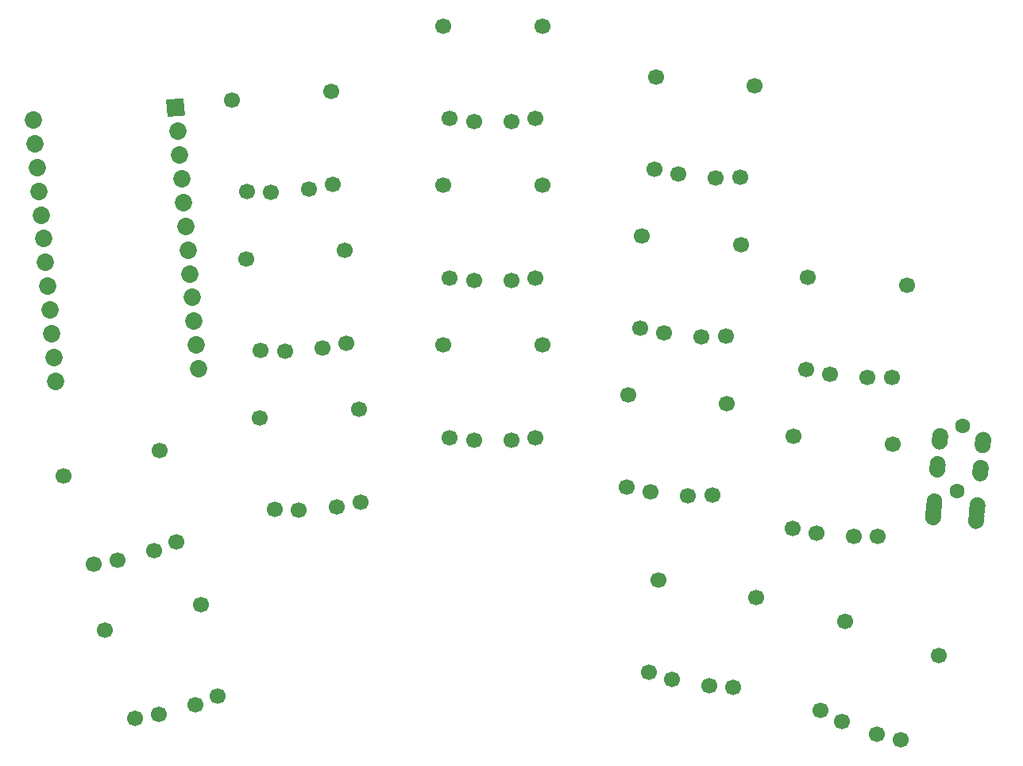
<source format=gbr>
%TF.GenerationSoftware,KiCad,Pcbnew,(5.1.9)-1*%
%TF.CreationDate,2021-06-29T13:01:43+02:00*%
%TF.ProjectId,todarodes_pacificus,746f6461-726f-4646-9573-5f7061636966,VERSION_HERE*%
%TF.SameCoordinates,Original*%
%TF.FileFunction,Soldermask,Top*%
%TF.FilePolarity,Negative*%
%FSLAX46Y46*%
G04 Gerber Fmt 4.6, Leading zero omitted, Abs format (unit mm)*
G04 Created by KiCad (PCBNEW (5.1.9)-1) date 2021-06-29 13:01:43*
%MOMM*%
%LPD*%
G01*
G04 APERTURE LIST*
%ADD10C,1.700000*%
%ADD11C,1.852600*%
%ADD12C,1.600000*%
G04 APERTURE END LIST*
D10*
%TO.C,S6*%
X54869207Y30490719D03*
X44269207Y30490719D03*
X44989207Y20640719D03*
X51569207Y20340719D03*
X54149207Y20640719D03*
X47569207Y20340719D03*
%TD*%
%TO.C,S1*%
X18434938Y2827957D03*
X8196125Y84475D03*
X11440959Y-9243545D03*
X17874396Y-7830293D03*
X20288839Y-6872762D03*
X14010693Y-8865570D03*
%TD*%
%TO.C,S2*%
X14035013Y19248695D03*
X3796200Y16505213D03*
X7041034Y7177193D03*
X13474471Y8590445D03*
X15888914Y9547976D03*
X9610768Y7555168D03*
%TD*%
%TO.C,S3*%
X35315781Y23655973D03*
X24756117Y22732122D03*
X26331862Y12982357D03*
X32912969Y13256983D03*
X35457005Y13780703D03*
X28928191Y12908360D03*
%TD*%
%TO.C,S4*%
X33834133Y40591282D03*
X23274469Y39667431D03*
X24850214Y29917666D03*
X31431321Y30192292D03*
X33975357Y30716012D03*
X27446543Y29843669D03*
%TD*%
%TO.C,S5*%
X32352486Y57526592D03*
X21792822Y56602741D03*
X23368567Y46852976D03*
X29949674Y47127602D03*
X32493710Y47651322D03*
X25964896Y46778979D03*
%TD*%
%TO.C,S7*%
X54869209Y47490720D03*
X44269209Y47490720D03*
X44989209Y37640720D03*
X51569209Y37340720D03*
X54149209Y37640720D03*
X47569209Y37340720D03*
%TD*%
%TO.C,S8*%
X54869206Y64490719D03*
X44269206Y64490719D03*
X44989206Y54640719D03*
X51569206Y54340719D03*
X54149206Y54640719D03*
X47569206Y54340719D03*
%TD*%
%TO.C,S9*%
X74544678Y24279360D03*
X63985014Y25203211D03*
X63843790Y15327941D03*
X70372604Y14455598D03*
X72968933Y14529595D03*
X66387826Y14804221D03*
%TD*%
%TO.C,S10*%
X76026325Y41214671D03*
X65466661Y42138522D03*
X65325437Y32263252D03*
X71854251Y31390909D03*
X74450580Y31464906D03*
X67869473Y31739532D03*
%TD*%
%TO.C,S11*%
X77507974Y58149980D03*
X66948310Y59073831D03*
X66807086Y49198561D03*
X73335900Y48326218D03*
X75932229Y48400215D03*
X69351122Y48674841D03*
%TD*%
%TO.C,S12*%
X92229241Y19888007D03*
X81669577Y20811858D03*
X81528353Y10936588D03*
X88057167Y10064245D03*
X90653496Y10138242D03*
X84072389Y10412868D03*
%TD*%
%TO.C,S13*%
X93710889Y36823316D03*
X83151225Y37747167D03*
X83010001Y27871897D03*
X89538815Y26999554D03*
X92135144Y27073551D03*
X85554037Y27348177D03*
%TD*%
%TO.C,S14*%
X77649453Y3616800D03*
X67210491Y5457471D03*
X66209118Y-4367912D03*
X72637058Y-5805959D03*
X75229957Y-5958529D03*
X68697827Y-5111367D03*
%TD*%
%TO.C,S15*%
X97130146Y-2559476D03*
X87169404Y1065938D03*
X84477084Y-8436289D03*
X90557655Y-10968689D03*
X93084668Y-11569194D03*
X86798885Y-9600609D03*
%TD*%
%TO.C,C1*%
G36*
G01*
X14806662Y56640300D02*
X16552593Y56793049D01*
G75*
G02*
X16606761Y56747597I4358J-49810D01*
G01*
X16759510Y55001666D01*
G75*
G02*
X16714058Y54947498I-49810J-4358D01*
G01*
X14968127Y54794749D01*
G75*
G02*
X14913959Y54840201I-4358J49810D01*
G01*
X14761210Y56586132D01*
G75*
G02*
X14806662Y56640300I49810J4358D01*
G01*
G37*
D11*
X15981735Y53263564D03*
X16203111Y50733230D03*
X16424487Y48202895D03*
X16645862Y45672561D03*
X16867238Y43142226D03*
X17088613Y40611891D03*
X17309989Y38081557D03*
X17531365Y35551222D03*
X17752740Y33020888D03*
X17974116Y30490553D03*
X18195491Y27960219D03*
X578353Y54465645D03*
X799728Y51935311D03*
X1021104Y49404976D03*
X1242479Y46874642D03*
X1463855Y44344307D03*
X1685231Y41813973D03*
X1906606Y39283638D03*
X2127982Y36753303D03*
X2349357Y34222969D03*
X2570733Y31692634D03*
X2792109Y29162300D03*
X3013484Y26631965D03*
%TD*%
D12*
%TO.C,REF\u002A\u002A*%
X99072527Y14922680D03*
X99682617Y21896043D03*
G36*
G01*
X100255542Y11807720D02*
X100307836Y12405436D01*
G75*
G02*
X101228683Y13178119I846765J-74082D01*
G01*
X101228683Y13178119D01*
G75*
G02*
X102001366Y12257272I-74082J-846765D01*
G01*
X101949072Y11659556D01*
G75*
G02*
X101028225Y10886873I-846765J74082D01*
G01*
X101028225Y10886873D01*
G75*
G02*
X100255542Y11807720I74082J846765D01*
G01*
G37*
G36*
G01*
X95768918Y13304450D02*
X95821212Y13902166D01*
G75*
G02*
X96742059Y14674849I846765J-74082D01*
G01*
X96742059Y14674849D01*
G75*
G02*
X97514742Y13754002I-74082J-846765D01*
G01*
X97462448Y13156286D01*
G75*
G02*
X96541601Y12383603I-846765J74082D01*
G01*
X96541601Y12383603D01*
G75*
G02*
X95768918Y13304450I74082J846765D01*
G01*
G37*
G36*
G01*
X96117541Y17289229D02*
X96169835Y17886945D01*
G75*
G02*
X97090682Y18659628I846765J-74082D01*
G01*
X97090682Y18659628D01*
G75*
G02*
X97863365Y17738781I-74082J-846765D01*
G01*
X97811071Y17141065D01*
G75*
G02*
X96890224Y16368382I-846765J74082D01*
G01*
X96890224Y16368382D01*
G75*
G02*
X96117541Y17289229I74082J846765D01*
G01*
G37*
G36*
G01*
X96379008Y20277813D02*
X96431302Y20875529D01*
G75*
G02*
X97352149Y21648212I846765J-74082D01*
G01*
X97352149Y21648212D01*
G75*
G02*
X98124832Y20727365I-74082J-846765D01*
G01*
X98072538Y20129649D01*
G75*
G02*
X97151691Y19356966I-846765J74082D01*
G01*
X97151691Y19356966D01*
G75*
G02*
X96379008Y20277813I74082J846765D01*
G01*
G37*
G36*
G01*
X95673046Y12208636D02*
X95725340Y12806352D01*
G75*
G02*
X96646187Y13579035I846765J-74082D01*
G01*
X96646187Y13579035D01*
G75*
G02*
X97418870Y12658188I-74082J-846765D01*
G01*
X97366576Y12060472D01*
G75*
G02*
X96445729Y11287789I-846765J74082D01*
G01*
X96445729Y11287789D01*
G75*
G02*
X95673046Y12208636I74082J846765D01*
G01*
G37*
G36*
G01*
X100351413Y12903534D02*
X100403707Y13501250D01*
G75*
G02*
X101324554Y14273933I846765J-74082D01*
G01*
X101324554Y14273933D01*
G75*
G02*
X102097237Y13353086I-74082J-846765D01*
G01*
X102044943Y12755370D01*
G75*
G02*
X101124096Y11982687I-846765J74082D01*
G01*
X101124096Y11982687D01*
G75*
G02*
X100351413Y12903534I74082J846765D01*
G01*
G37*
G36*
G01*
X100700036Y16888313D02*
X100752330Y17486029D01*
G75*
G02*
X101673177Y18258712I846765J-74082D01*
G01*
X101673177Y18258712D01*
G75*
G02*
X102445860Y17337865I-74082J-846765D01*
G01*
X102393566Y16740149D01*
G75*
G02*
X101472719Y15967466I-846765J74082D01*
G01*
X101472719Y15967466D01*
G75*
G02*
X100700036Y16888313I74082J846765D01*
G01*
G37*
G36*
G01*
X100961504Y19876897D02*
X101013798Y20474613D01*
G75*
G02*
X101934645Y21247296I846765J-74082D01*
G01*
X101934645Y21247296D01*
G75*
G02*
X102707328Y20326449I-74082J-846765D01*
G01*
X102655034Y19728733D01*
G75*
G02*
X101734187Y18956050I-846765J74082D01*
G01*
X101734187Y18956050D01*
G75*
G02*
X100961504Y19876897I74082J846765D01*
G01*
G37*
%TD*%
M02*

</source>
